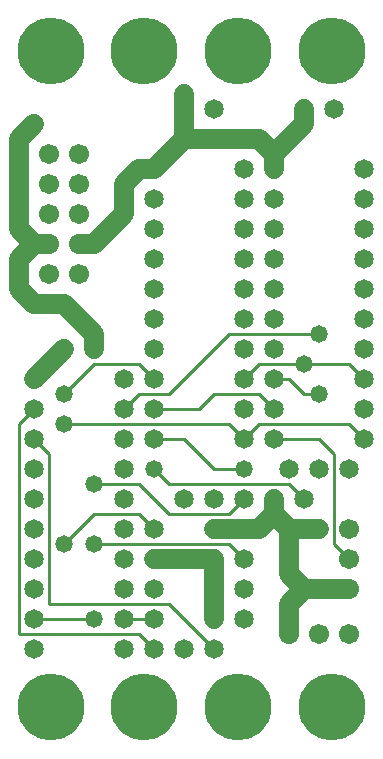
<source format=gbl>
%MOIN*%
%FSLAX25Y25*%
G04 D10 used for Character Trace; *
G04     Circle (OD=.01000) (No hole)*
G04 D11 used for Power Trace; *
G04     Circle (OD=.06500) (No hole)*
G04 D12 used for Signal Trace; *
G04     Circle (OD=.01100) (No hole)*
G04 D13 used for Via; *
G04     Circle (OD=.05800) (Round. Hole ID=.02800)*
G04 D14 used for Component hole; *
G04     Circle (OD=.06500) (Round. Hole ID=.03500)*
G04 D15 used for Component hole; *
G04     Circle (OD=.06700) (Round. Hole ID=.04300)*
G04 D16 used for Component hole; *
G04     Circle (OD=.08100) (Round. Hole ID=.05100)*
G04 D17 used for Component hole; *
G04     Circle (OD=.08900) (Round. Hole ID=.05900)*
G04 D18 used for Component hole; *
G04     Circle (OD=.11300) (Round. Hole ID=.08300)*
G04 D19 used for Component hole; *
G04     Circle (OD=.16000) (Round. Hole ID=.13000)*
G04 D20 used for Component hole; *
G04     Circle (OD=.18300) (Round. Hole ID=.15300)*
G04 D21 used for Component hole; *
G04     Circle (OD=.22291) (Round. Hole ID=.19291)*
%ADD10C,.01000*%
%ADD11C,.06500*%
%ADD12C,.01100*%
%ADD13C,.05800*%
%ADD14C,.06500*%
%ADD15C,.06700*%
%ADD16C,.08100*%
%ADD17C,.08900*%
%ADD18C,.11300*%
%ADD19C,.16000*%
%ADD20C,.18300*%
%ADD21C,.22291*%
%IPPOS*%
%LPD*%
G90*X0Y0D02*D21*X15625Y15625D03*D14*              
X10000Y35000D03*D12*X5000Y40000D02*X45000D01*     
X50000Y35000D01*D14*D03*X40000Y45000D03*D12*      
X50000D01*D14*D03*D12*X70000Y35000D02*            
X55000Y50000D01*D14*X70000Y35000D03*              
X80000Y45000D03*D13*X70000D03*D11*Y65000D01*D13*  
D03*D11*X50000D01*D14*D03*X40000Y75000D03*        
Y55000D03*X50000Y75000D03*D12*X45000Y80000D01*    
X30000D01*X20000Y70000D01*D13*D03*D14*            
X10000Y75000D03*D13*X30000Y70000D03*D12*X75000D01*
X80000Y65000D01*D14*D03*D13*X70000Y75000D03*D11*  
X80000D01*D14*D03*D11*X85000D01*X90000Y80000D01*  
X95000Y75000D01*Y60000D01*X100000Y55000D01*       
X95000Y50000D01*Y40000D01*D15*D03*X105000D03*D14* 
X80000Y55000D03*D11*X100000D02*X115000D01*D15*D03*
Y65000D03*D12*X110000Y70000D01*Y100000D01*        
X105000Y105000D01*X90000D01*D14*D03*D12*X80000D02*
X85000Y110000D01*D14*X80000Y105000D03*D12*        
X75000Y110000D01*X20000D01*D13*D03*D14*           
X10000Y115000D03*D12*X5000Y110000D01*Y40000D01*   
D14*X10000Y45000D03*D12*X30000D01*D13*D03*D14*    
X40000Y35000D03*D12*X15000Y50000D02*X55000D01*D14*
X50000Y55000D03*X40000Y65000D03*X60000Y35000D03*  
D12*X55000Y80000D02*X75000D01*X55000D02*          
X45000Y90000D01*X30000D01*D13*D03*D14*            
X40000Y85000D03*Y95000D03*Y105000D03*D12*         
X15000Y50000D02*Y100000D01*D14*X10000Y55000D03*   
Y65000D03*Y85000D03*D21*X46875Y15625D03*D12*      
X55000Y90000D02*X95000D01*X100000Y85000D01*D14*   
D03*X105000Y95000D03*D11*X95000Y75000D02*         
X105000D01*D13*D03*D15*X115000D03*D14*            
X90000Y85000D03*D11*Y80000D01*D14*X80000Y85000D03*
D12*X75000Y80000D01*D14*X70000Y85000D03*D13*      
X80000Y95000D03*D12*X70000D01*X60000Y105000D01*   
X50000D01*D14*D03*X40000Y115000D03*D12*           
X45000Y120000D01*X55000D01*X75000Y140000D01*      
X105000D01*D13*D03*D12*X120000Y125000D02*         
X115000Y130000D01*D14*X120000Y125000D03*D12*      
X100000Y130000D02*X115000D01*D13*X100000D03*D12*  
X85000D01*X80000Y125000D01*D14*D03*D12*           
X90000Y115000D02*X85000Y120000D01*D14*            
X90000Y115000D03*D12*X70000Y120000D02*X85000D01*  
X65000Y115000D02*X70000Y120000D01*                
X50000Y115000D02*X65000D01*D14*X50000D03*         
X40000Y125000D03*X50000D03*D12*X45000Y130000D01*  
X30000D01*X20000Y120000D01*D13*D03*D14*           
X10000Y125000D03*D11*X20000Y135000D01*D14*D03*    
X30000D03*D11*Y140000D01*X20000Y150000D01*        
X10000D01*X5000Y155000D01*Y165000D01*             
X10000Y170000D01*X15000D01*D15*D03*D11*X10000D02* 
X5000Y175000D01*Y205000D01*X10000Y210000D01*D13*  
D03*D15*X15000Y200000D03*X25000D03*               
X15000Y190000D03*X25000D03*D21*X15625Y234375D03*  
D11*X30000Y170000D02*X40000Y180000D01*            
X25000Y170000D02*X30000D01*D15*X25000D03*         
X15000Y180000D03*Y160000D03*X25000Y180000D03*     
Y160000D03*D11*X40000Y180000D02*Y190000D01*       
X45000Y195000D01*X50000D01*D14*D03*D11*           
X60000Y205000D01*X85000D01*X90000Y200000D01*      
Y195000D01*D14*D03*D11*Y200000D02*                
X100000Y210000D01*Y215000D01*D14*D03*X110000D03*  
X120000Y195000D03*D21*X78125Y234375D03*D14*       
X80000Y195000D03*D21*X109375Y234375D03*D14*       
X80000Y185000D03*X90000D03*X70000Y215000D03*      
X120000Y185000D03*X80000Y175000D03*X90000D03*D11* 
X60000Y215000D02*Y220000D01*D14*Y215000D03*D11*   
Y205000D01*D14*X50000Y185000D03*Y175000D03*D21*   
X46875Y234375D03*D14*X50000Y165000D03*X80000D03*  
X90000D03*X50000Y155000D03*X80000D03*X90000D03*   
X120000Y145000D03*Y155000D03*Y165000D03*          
Y175000D03*X50000Y145000D03*X80000D03*X90000D03*  
X50000Y135000D03*X80000D03*X90000D03*X120000D03*  
X90000Y125000D03*D12*X95000D01*X100000Y120000D01* 
X105000D01*D13*D03*D12*X120000Y105000D02*         
X115000Y110000D01*D14*X120000Y105000D03*D12*      
X85000Y110000D02*X115000D01*D14*X80000Y115000D03* 
X95000Y95000D03*X60000Y85000D03*X115000Y95000D03* 
D12*X55000Y90000D02*X50000Y95000D01*D13*D03*D12*  
X15000Y100000D02*X10000Y105000D01*D14*D03*        
Y95000D03*D21*X78125Y15625D03*X109375D03*D15*     
X115000Y40000D03*D14*X120000Y115000D03*M02*       

</source>
